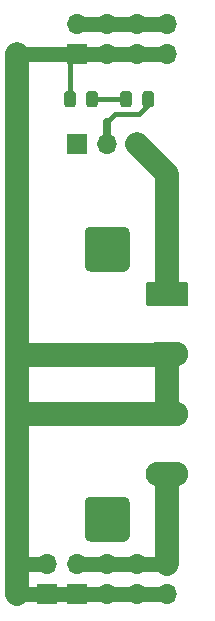
<source format=gbr>
%TF.GenerationSoftware,KiCad,Pcbnew,5.1.9+dfsg1-1+deb11u1*%
%TF.CreationDate,2024-05-04T00:08:04-07:00*%
%TF.ProjectId,BBpower,4242706f-7765-4722-9e6b-696361645f70,rev?*%
%TF.SameCoordinates,Original*%
%TF.FileFunction,Copper,L1,Top*%
%TF.FilePolarity,Positive*%
%FSLAX46Y46*%
G04 Gerber Fmt 4.6, Leading zero omitted, Abs format (unit mm)*
G04 Created by KiCad (PCBNEW 5.1.9+dfsg1-1+deb11u1) date 2024-05-04 00:08:04*
%MOMM*%
%LPD*%
G01*
G04 APERTURE LIST*
%TA.AperFunction,ComponentPad*%
%ADD10O,1.700000X1.700000*%
%TD*%
%TA.AperFunction,ComponentPad*%
%ADD11R,1.700000X1.700000*%
%TD*%
%TA.AperFunction,ComponentPad*%
%ADD12O,3.600000X2.080000*%
%TD*%
%TA.AperFunction,Conductor*%
%ADD13C,0.381000*%
%TD*%
%TA.AperFunction,Conductor*%
%ADD14C,1.270000*%
%TD*%
%TA.AperFunction,Conductor*%
%ADD15C,2.032000*%
%TD*%
%TA.AperFunction,Conductor*%
%ADD16C,0.635000*%
%TD*%
G04 APERTURE END LIST*
D10*
%TO.P,J7,2*%
%TO.N,Net-(D1-Pad1)*%
X175260000Y-139700000D03*
D11*
%TO.P,J7,1*%
X175260000Y-142240000D03*
%TD*%
%TO.P,J6,1*%
%TO.N,Net-(J6-Pad1)*%
%TA.AperFunction,ComponentPad*%
G36*
G01*
X178435000Y-137337800D02*
X178435000Y-134442200D01*
G75*
G02*
X178892200Y-133985000I457200J0D01*
G01*
X181787800Y-133985000D01*
G75*
G02*
X182245000Y-134442200I0J-457200D01*
G01*
X182245000Y-137337800D01*
G75*
G02*
X181787800Y-137795000I-457200J0D01*
G01*
X178892200Y-137795000D01*
G75*
G02*
X178435000Y-137337800I0J457200D01*
G01*
G37*
%TD.AperFunction*%
%TD*%
%TO.P,J5,1*%
%TO.N,Net-(J5-Pad1)*%
%TA.AperFunction,ComponentPad*%
G36*
G01*
X178435000Y-114477800D02*
X178435000Y-111582200D01*
G75*
G02*
X178892200Y-111125000I457200J0D01*
G01*
X181787800Y-111125000D01*
G75*
G02*
X182245000Y-111582200I0J-457200D01*
G01*
X182245000Y-114477800D01*
G75*
G02*
X181787800Y-114935000I-457200J0D01*
G01*
X178892200Y-114935000D01*
G75*
G02*
X178435000Y-114477800I0J457200D01*
G01*
G37*
%TD.AperFunction*%
%TD*%
%TO.P,R1,2*%
%TO.N,Net-(D1-Pad2)*%
%TA.AperFunction,SMDPad,CuDef*%
G36*
G01*
X182430000Y-99873750D02*
X182430000Y-100786250D01*
G75*
G02*
X182186250Y-101030000I-243750J0D01*
G01*
X181698750Y-101030000D01*
G75*
G02*
X181455000Y-100786250I0J243750D01*
G01*
X181455000Y-99873750D01*
G75*
G02*
X181698750Y-99630000I243750J0D01*
G01*
X182186250Y-99630000D01*
G75*
G02*
X182430000Y-99873750I0J-243750D01*
G01*
G37*
%TD.AperFunction*%
%TO.P,R1,1*%
%TO.N,Net-(J2-Pad2)*%
%TA.AperFunction,SMDPad,CuDef*%
G36*
G01*
X184305000Y-99873750D02*
X184305000Y-100786250D01*
G75*
G02*
X184061250Y-101030000I-243750J0D01*
G01*
X183573750Y-101030000D01*
G75*
G02*
X183330000Y-100786250I0J243750D01*
G01*
X183330000Y-99873750D01*
G75*
G02*
X183573750Y-99630000I243750J0D01*
G01*
X184061250Y-99630000D01*
G75*
G02*
X184305000Y-99873750I0J-243750D01*
G01*
G37*
%TD.AperFunction*%
%TD*%
D10*
%TO.P,J4,8*%
%TO.N,Net-(J1-Pad4)*%
X185420000Y-139700000D03*
%TO.P,J4,7*%
%TO.N,Net-(D1-Pad1)*%
X185420000Y-142240000D03*
%TO.P,J4,6*%
%TO.N,Net-(J1-Pad4)*%
X182880000Y-139700000D03*
%TO.P,J4,5*%
%TO.N,Net-(D1-Pad1)*%
X182880000Y-142240000D03*
%TO.P,J4,4*%
%TO.N,Net-(J1-Pad4)*%
X180340000Y-139700000D03*
%TO.P,J4,3*%
%TO.N,Net-(D1-Pad1)*%
X180340000Y-142240000D03*
%TO.P,J4,2*%
%TO.N,Net-(J1-Pad4)*%
X177800000Y-139700000D03*
D11*
%TO.P,J4,1*%
%TO.N,Net-(D1-Pad1)*%
X177800000Y-142240000D03*
%TD*%
D10*
%TO.P,J3,8*%
%TO.N,Net-(J2-Pad2)*%
X185420000Y-93980000D03*
%TO.P,J3,7*%
%TO.N,Net-(D1-Pad1)*%
X185420000Y-96520000D03*
%TO.P,J3,6*%
%TO.N,Net-(J2-Pad2)*%
X182880000Y-93980000D03*
%TO.P,J3,5*%
%TO.N,Net-(D1-Pad1)*%
X182880000Y-96520000D03*
%TO.P,J3,4*%
%TO.N,Net-(J2-Pad2)*%
X180340000Y-93980000D03*
%TO.P,J3,3*%
%TO.N,Net-(D1-Pad1)*%
X180340000Y-96520000D03*
%TO.P,J3,2*%
%TO.N,Net-(J2-Pad2)*%
X177800000Y-93980000D03*
D11*
%TO.P,J3,1*%
%TO.N,Net-(D1-Pad1)*%
X177800000Y-96520000D03*
%TD*%
D10*
%TO.P,J2,3*%
%TO.N,Net-(J1-Pad1)*%
X182880000Y-104140000D03*
%TO.P,J2,2*%
%TO.N,Net-(J2-Pad2)*%
X180340000Y-104140000D03*
D11*
%TO.P,J2,1*%
%TO.N,Net-(J1-Pad4)*%
X177800000Y-104140000D03*
%TD*%
D12*
%TO.P,J1,4*%
%TO.N,Net-(J1-Pad4)*%
X185420000Y-132080000D03*
%TO.P,J1,3*%
%TO.N,Net-(D1-Pad1)*%
X185420000Y-127000000D03*
%TO.P,J1,2*%
X185420000Y-121920000D03*
%TO.P,J1,1*%
%TO.N,Net-(J1-Pad1)*%
%TA.AperFunction,ComponentPad*%
G36*
G01*
X183869999Y-115800000D02*
X186970001Y-115800000D01*
G75*
G02*
X187220000Y-116049999I0J-249999D01*
G01*
X187220000Y-117630001D01*
G75*
G02*
X186970001Y-117880000I-249999J0D01*
G01*
X183869999Y-117880000D01*
G75*
G02*
X183620000Y-117630001I0J249999D01*
G01*
X183620000Y-116049999D01*
G75*
G02*
X183869999Y-115800000I249999J0D01*
G01*
G37*
%TD.AperFunction*%
%TD*%
%TO.P,D1,2*%
%TO.N,Net-(D1-Pad2)*%
%TA.AperFunction,SMDPad,CuDef*%
G36*
G01*
X178582500Y-100786250D02*
X178582500Y-99873750D01*
G75*
G02*
X178826250Y-99630000I243750J0D01*
G01*
X179313750Y-99630000D01*
G75*
G02*
X179557500Y-99873750I0J-243750D01*
G01*
X179557500Y-100786250D01*
G75*
G02*
X179313750Y-101030000I-243750J0D01*
G01*
X178826250Y-101030000D01*
G75*
G02*
X178582500Y-100786250I0J243750D01*
G01*
G37*
%TD.AperFunction*%
%TO.P,D1,1*%
%TO.N,Net-(D1-Pad1)*%
%TA.AperFunction,SMDPad,CuDef*%
G36*
G01*
X176707500Y-100786250D02*
X176707500Y-99873750D01*
G75*
G02*
X176951250Y-99630000I243750J0D01*
G01*
X177438750Y-99630000D01*
G75*
G02*
X177682500Y-99873750I0J-243750D01*
G01*
X177682500Y-100786250D01*
G75*
G02*
X177438750Y-101030000I-243750J0D01*
G01*
X176951250Y-101030000D01*
G75*
G02*
X176707500Y-100786250I0J243750D01*
G01*
G37*
%TD.AperFunction*%
%TD*%
D13*
%TO.N,Net-(D1-Pad2)*%
X181942500Y-100330000D02*
X179070000Y-100330000D01*
D14*
%TO.N,Net-(D1-Pad1)*%
X185420000Y-96520000D02*
X172720000Y-96520000D01*
D13*
X177165000Y-97155000D02*
X177800000Y-96520000D01*
X177165000Y-100300000D02*
X177165000Y-97155000D01*
X177195000Y-100330000D02*
X177165000Y-100300000D01*
D15*
X172720000Y-121720000D02*
X172720000Y-124460000D01*
X172720000Y-96520000D02*
X172720000Y-121720000D01*
X172720000Y-124460000D02*
X172720000Y-126720000D01*
X173000000Y-127000000D02*
X172720000Y-126720000D01*
X185420000Y-127000000D02*
X173000000Y-127000000D01*
X173000000Y-122000000D02*
X172720000Y-121720000D01*
X185340000Y-122000000D02*
X173000000Y-122000000D01*
X185420000Y-121920000D02*
X185340000Y-122000000D01*
X185420000Y-121920000D02*
X185420000Y-127000000D01*
D14*
X175260000Y-139700000D02*
X172720000Y-139700000D01*
D15*
X172720000Y-139700000D02*
X172720000Y-142240000D01*
X172720000Y-126720000D02*
X172720000Y-139700000D01*
D14*
X185420000Y-142240000D02*
X172720000Y-142240000D01*
D15*
%TO.N,Net-(J1-Pad4)*%
X185420000Y-132080000D02*
X185420000Y-139700000D01*
D14*
X185420000Y-139700000D02*
X177800000Y-139700000D01*
D15*
%TO.N,Net-(J1-Pad1)*%
X185420000Y-116840000D02*
X185420000Y-106680000D01*
X185420000Y-106680000D02*
X182880000Y-104140000D01*
D16*
%TO.N,Net-(J2-Pad2)*%
X180340000Y-102235000D02*
X180340000Y-104140000D01*
D13*
X180975000Y-101600000D02*
X180340000Y-102235000D01*
X183031250Y-101600000D02*
X180975000Y-101600000D01*
X183817500Y-100813750D02*
X183031250Y-101600000D01*
X183817500Y-100330000D02*
X183817500Y-100813750D01*
D14*
X185420000Y-93980000D02*
X177800000Y-93980000D01*
%TD*%
M02*

</source>
